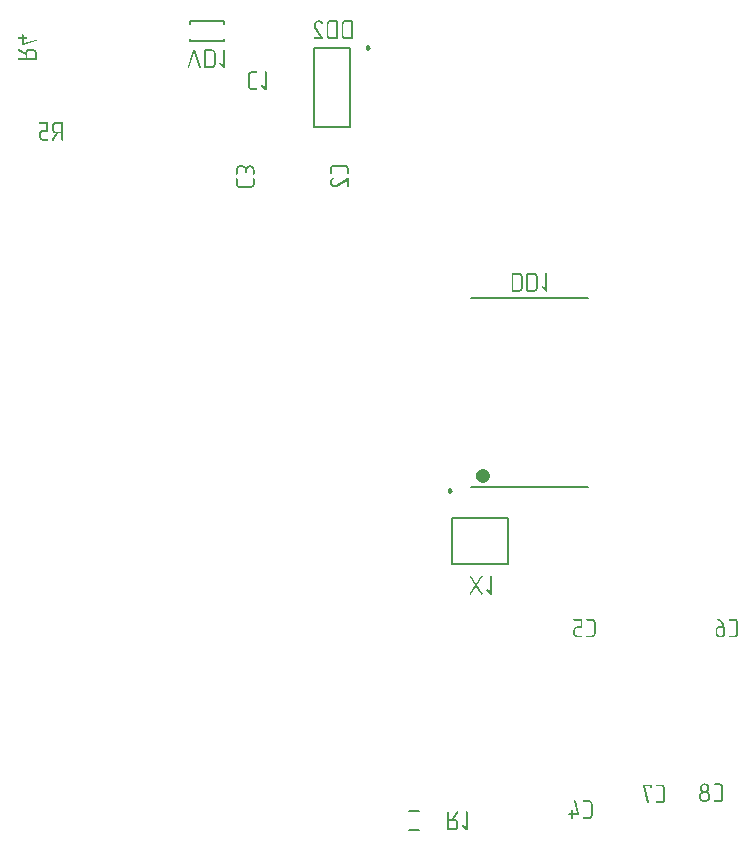
<source format=gbo>
G04 Layer_Color=32896*
%FSLAX44Y44*%
%MOMM*%
G71*
G01*
G75*
%ADD33C,0.2000*%
%ADD55C,0.6000*%
%ADD56C,0.2500*%
%ADD57C,0.1000*%
%ADD58C,0.1500*%
G36*
X630594Y1154407D02*
X630782Y1154336D01*
X630876Y1154266D01*
X630923Y1154242D01*
X631064Y1154054D01*
X631135Y1153866D01*
X631158Y1153725D01*
Y1153678D01*
Y1153655D01*
Y1139370D01*
X631135Y1139088D01*
X631064Y1138876D01*
X630970Y1138735D01*
X630947Y1138688D01*
X630759Y1138547D01*
X630618Y1138477D01*
X630524Y1138453D01*
X630500D01*
X630359Y1138477D01*
X630242Y1138500D01*
X630148Y1138524D01*
X630124Y1138547D01*
X630007Y1138618D01*
X629889Y1138712D01*
X629819Y1138782D01*
X629795Y1138806D01*
X626624Y1142001D01*
X626483Y1142189D01*
X626412Y1142377D01*
X626389Y1142495D01*
Y1142518D01*
Y1142542D01*
X626412Y1142659D01*
X626436Y1142753D01*
X626530Y1142941D01*
X626600Y1143058D01*
X626647Y1143082D01*
Y1143105D01*
X626835Y1143246D01*
X627023Y1143317D01*
X627141Y1143340D01*
X627188D01*
X627399Y1143293D01*
X627587Y1143223D01*
X627704Y1143152D01*
X627751Y1143105D01*
X629584Y1141273D01*
Y1153655D01*
X629631Y1153913D01*
X629701Y1154101D01*
X629772Y1154195D01*
X629819Y1154242D01*
X630007Y1154360D01*
X630171Y1154407D01*
X630312Y1154430D01*
X630359D01*
X630594Y1154407D01*
D02*
G37*
G36*
X469087Y1154754D02*
X469510Y1154660D01*
X469886Y1154496D01*
X470215Y1154332D01*
X470473Y1154167D01*
X470685Y1154003D01*
X470802Y1153909D01*
X470849Y1153862D01*
X471155Y1153509D01*
X471390Y1153133D01*
X471554Y1152757D01*
X471672Y1152405D01*
X471742Y1152100D01*
X471766Y1151841D01*
X471789Y1151747D01*
Y1151700D01*
Y1151653D01*
Y1151630D01*
Y1146061D01*
X471766Y1145803D01*
X471672Y1145615D01*
X471531Y1145474D01*
X471390Y1145380D01*
X471249Y1145333D01*
X471108Y1145310D01*
X471014Y1145286D01*
X456705D01*
X456447Y1145333D01*
X456259Y1145404D01*
X456165Y1145474D01*
X456118Y1145521D01*
X456001Y1145709D01*
X455953Y1145873D01*
X455930Y1146014D01*
Y1146038D01*
Y1146061D01*
X455953Y1146296D01*
X456024Y1146484D01*
X456095Y1146578D01*
X456118Y1146625D01*
X456306Y1146766D01*
X456494Y1146837D01*
X456635Y1146860D01*
X462274D01*
Y1149586D01*
X456282Y1153321D01*
X456142Y1153439D01*
X456048Y1153533D01*
X456001Y1153603D01*
X455977Y1153627D01*
X455953Y1153744D01*
X455930Y1153862D01*
Y1153932D01*
Y1153956D01*
X455953Y1154191D01*
X456048Y1154379D01*
X456118Y1154496D01*
X456142Y1154543D01*
X456235Y1154637D01*
X456329Y1154684D01*
X456517Y1154778D01*
X456658Y1154801D01*
X456705D01*
X456964Y1154731D01*
X457152Y1154660D01*
X462274Y1151465D01*
Y1151606D01*
X462321Y1152076D01*
X462415Y1152523D01*
X462556Y1152898D01*
X462743Y1153227D01*
X462908Y1153486D01*
X463049Y1153697D01*
X463143Y1153815D01*
X463190Y1153862D01*
X463566Y1154167D01*
X463942Y1154402D01*
X464318Y1154566D01*
X464670Y1154684D01*
X464976Y1154754D01*
X465234Y1154778D01*
X465328Y1154801D01*
X468617D01*
X469087Y1154754D01*
D02*
G37*
G36*
X605196Y1154360D02*
X605337Y1154313D01*
X605431Y1154266D01*
X605455Y1154242D01*
X605572Y1154078D01*
X605666Y1153913D01*
X605713Y1153796D01*
X605737Y1153772D01*
Y1153749D01*
X610483Y1139628D01*
X610530Y1139346D01*
X610483Y1139111D01*
X610412Y1138947D01*
X610342Y1138829D01*
X610295Y1138782D01*
X610107Y1138665D01*
X609919Y1138594D01*
X609778Y1138571D01*
X609731D01*
X609566Y1138594D01*
X609425Y1138641D01*
X609331Y1138712D01*
X609284Y1138735D01*
X609167Y1138876D01*
X609073Y1138994D01*
X609026Y1139088D01*
X609002Y1139135D01*
X604985Y1151000D01*
X600991Y1139111D01*
X600873Y1138900D01*
X600756Y1138735D01*
X600685Y1138665D01*
X600662Y1138641D01*
X600450Y1138571D01*
X600121D01*
X600004Y1138618D01*
X599839Y1138688D01*
X599722Y1138782D01*
X599675Y1138806D01*
Y1138829D01*
X599534Y1139017D01*
X599463Y1139182D01*
X599440Y1139299D01*
Y1139323D01*
Y1139346D01*
X599487Y1139628D01*
X604233Y1153749D01*
X604350Y1153984D01*
X604468Y1154148D01*
X604585Y1154266D01*
X604726Y1154336D01*
X604820Y1154383D01*
X604914Y1154430D01*
X604985D01*
X605196Y1154360D01*
D02*
G37*
G36*
X620515Y1154383D02*
X620938Y1154289D01*
X621314Y1154148D01*
X621643Y1153960D01*
X621901Y1153796D01*
X622113Y1153655D01*
X622230Y1153561D01*
X622277Y1153514D01*
X622583Y1153138D01*
X622817Y1152762D01*
X622982Y1152386D01*
X623099Y1152033D01*
X623170Y1151728D01*
X623193Y1151470D01*
X623217Y1151376D01*
Y1151305D01*
Y1151282D01*
Y1151258D01*
Y1141743D01*
X623170Y1141273D01*
X623076Y1140850D01*
X622911Y1140474D01*
X622747Y1140145D01*
X622583Y1139887D01*
X622418Y1139675D01*
X622324Y1139558D01*
X622277Y1139511D01*
X621925Y1139205D01*
X621549Y1138970D01*
X621173Y1138806D01*
X620820Y1138688D01*
X620515Y1138618D01*
X620257Y1138594D01*
X620163Y1138571D01*
X614477D01*
X614218Y1138594D01*
X614030Y1138688D01*
X613889Y1138829D01*
X613795Y1138970D01*
X613748Y1139111D01*
X613725Y1139252D01*
X613701Y1139346D01*
Y1139370D01*
Y1153655D01*
X613725Y1153913D01*
X613819Y1154101D01*
X613936Y1154242D01*
X614101Y1154336D01*
X614242Y1154383D01*
X614359Y1154407D01*
X614453Y1154430D01*
X620045D01*
X620515Y1154383D01*
D02*
G37*
G36*
X460065Y1167442D02*
X460230Y1167371D01*
X460347Y1167301D01*
X460394Y1167254D01*
X460488Y1167160D01*
X460535Y1167066D01*
X460629Y1166878D01*
X460653Y1166737D01*
Y1166713D01*
Y1166690D01*
Y1165116D01*
X463167D01*
X463284Y1165069D01*
X463472Y1164998D01*
X463589Y1164904D01*
X463613Y1164881D01*
Y1164857D01*
X463730Y1164669D01*
X463801Y1164505D01*
X463824Y1164364D01*
Y1164340D01*
Y1164317D01*
X463801Y1164106D01*
X463730Y1163941D01*
X463636Y1163824D01*
X463613Y1163777D01*
X463401Y1163636D01*
X463214Y1163565D01*
X463073Y1163542D01*
X460653D01*
Y1159806D01*
X470755Y1162696D01*
X470990Y1162719D01*
X471225Y1162672D01*
X471413Y1162602D01*
X471507Y1162531D01*
X471554Y1162484D01*
X471695Y1162296D01*
X471766Y1162108D01*
X471789Y1161967D01*
Y1161920D01*
Y1161897D01*
Y1161779D01*
X471766Y1161685D01*
X471742Y1161615D01*
X471719Y1161591D01*
X471625Y1161451D01*
X471484Y1161310D01*
X471343Y1161239D01*
X471249Y1161192D01*
X471202Y1161169D01*
X460089Y1157997D01*
X459901Y1157950D01*
X459713D01*
X459501Y1157997D01*
X459337Y1158091D01*
X459243Y1158208D01*
X459149Y1158373D01*
X459102Y1158514D01*
X459078Y1158655D01*
Y1158749D01*
Y1158772D01*
Y1163542D01*
X456705D01*
X456447Y1163589D01*
X456259Y1163659D01*
X456165Y1163730D01*
X456118Y1163777D01*
X456001Y1163964D01*
X455953Y1164129D01*
X455930Y1164270D01*
Y1164294D01*
Y1164317D01*
X455953Y1164552D01*
X456024Y1164740D01*
X456095Y1164834D01*
X456118Y1164881D01*
X456306Y1165022D01*
X456494Y1165092D01*
X456635Y1165116D01*
X459078D01*
Y1166690D01*
X459102Y1166831D01*
X459125Y1166948D01*
X459219Y1167136D01*
X459290Y1167254D01*
X459337Y1167277D01*
X459525Y1167395D01*
X459689Y1167465D01*
X459807Y1167489D01*
X459854D01*
X460065Y1167442D01*
D02*
G37*
G36*
X880574Y965153D02*
X880996Y965059D01*
X881372Y964918D01*
X881701Y964730D01*
X881960Y964566D01*
X882171Y964425D01*
X882289Y964331D01*
X882336Y964284D01*
X882641Y963908D01*
X882876Y963532D01*
X883040Y963156D01*
X883158Y962803D01*
X883229Y962498D01*
X883252Y962240D01*
X883276Y962146D01*
Y962075D01*
Y962052D01*
Y962028D01*
Y952513D01*
X883229Y952043D01*
X883135Y951620D01*
X882970Y951244D01*
X882806Y950915D01*
X882641Y950657D01*
X882477Y950445D01*
X882383Y950328D01*
X882336Y950281D01*
X881983Y949975D01*
X881607Y949740D01*
X881231Y949576D01*
X880879Y949458D01*
X880574Y949388D01*
X880315Y949364D01*
X880221Y949341D01*
X874535D01*
X874277Y949364D01*
X874089Y949458D01*
X873948Y949599D01*
X873854Y949740D01*
X873807Y949881D01*
X873783Y950022D01*
X873760Y950116D01*
Y950140D01*
Y964425D01*
X873783Y964683D01*
X873877Y964871D01*
X873995Y965012D01*
X874159Y965106D01*
X874300Y965153D01*
X874418Y965176D01*
X874512Y965200D01*
X880104D01*
X880574Y965153D01*
D02*
G37*
G36*
X893261D02*
X893684Y965059D01*
X894060Y964918D01*
X894389Y964730D01*
X894647Y964566D01*
X894858Y964425D01*
X894976Y964331D01*
X895023Y964284D01*
X895328Y963908D01*
X895563Y963532D01*
X895728Y963156D01*
X895845Y962803D01*
X895916Y962498D01*
X895939Y962240D01*
X895963Y962146D01*
Y962075D01*
Y962052D01*
Y962028D01*
Y952513D01*
X895916Y952043D01*
X895822Y951620D01*
X895657Y951244D01*
X895493Y950915D01*
X895328Y950657D01*
X895164Y950445D01*
X895070Y950328D01*
X895023Y950281D01*
X894671Y949975D01*
X894295Y949740D01*
X893919Y949576D01*
X893566Y949458D01*
X893261Y949388D01*
X893002Y949364D01*
X892908Y949341D01*
X887223D01*
X886964Y949364D01*
X886776Y949458D01*
X886635Y949599D01*
X886541Y949740D01*
X886494Y949881D01*
X886471Y950022D01*
X886447Y950116D01*
Y950140D01*
Y964425D01*
X886471Y964683D01*
X886565Y964871D01*
X886682Y965012D01*
X886847Y965106D01*
X886988Y965153D01*
X887105Y965176D01*
X887199Y965200D01*
X892791D01*
X893261Y965153D01*
D02*
G37*
G36*
X481080Y1092796D02*
X481268Y1092702D01*
X481409Y1092561D01*
X481503Y1092420D01*
X481550Y1092279D01*
X481573Y1092138D01*
X481597Y1092044D01*
Y1092020D01*
Y1085653D01*
X481573Y1085395D01*
X481479Y1085207D01*
X481362Y1085066D01*
X481197Y1084972D01*
X481056Y1084925D01*
X480939Y1084901D01*
X480845Y1084878D01*
X477649D01*
X477297Y1084854D01*
X476968Y1084760D01*
X476663Y1084666D01*
X476428Y1084525D01*
X476216Y1084408D01*
X476075Y1084290D01*
X475981Y1084196D01*
X475958Y1084173D01*
X475723Y1083891D01*
X475559Y1083609D01*
X475418Y1083327D01*
X475347Y1083069D01*
X475300Y1082834D01*
X475253Y1082646D01*
Y1082528D01*
Y1082481D01*
Y1080907D01*
X475276Y1080531D01*
X475370Y1080202D01*
X475465Y1079920D01*
X475606Y1079662D01*
X475723Y1079474D01*
X475840Y1079309D01*
X475934Y1079215D01*
X475958Y1079192D01*
X476240Y1078981D01*
X476522Y1078816D01*
X476804Y1078699D01*
X477062Y1078628D01*
X477297Y1078581D01*
X477485Y1078534D01*
X480962D01*
X481080Y1078487D01*
X481244Y1078417D01*
X481362Y1078323D01*
X481409Y1078299D01*
Y1078276D01*
X481526Y1078088D01*
X481573Y1077900D01*
X481597Y1077782D01*
Y1077759D01*
Y1077735D01*
X481573Y1077500D01*
X481503Y1077336D01*
X481432Y1077218D01*
X481409Y1077171D01*
X481221Y1077054D01*
X481033Y1076983D01*
X480868Y1076960D01*
X477649D01*
X477344Y1076983D01*
X477062Y1077007D01*
X476522Y1077148D01*
X476052Y1077336D01*
X475653Y1077547D01*
X475300Y1077759D01*
X475065Y1077923D01*
X474971Y1078017D01*
X474901Y1078064D01*
X474877Y1078088D01*
X474854Y1078111D01*
X474642Y1078346D01*
X474454Y1078581D01*
X474313Y1078816D01*
X474172Y1079051D01*
X473961Y1079521D01*
X473820Y1079944D01*
X473749Y1080343D01*
X473702Y1080508D01*
Y1080625D01*
X473679Y1080743D01*
Y1080837D01*
Y1080884D01*
Y1080907D01*
Y1082481D01*
X473702Y1082787D01*
X473726Y1083069D01*
X473867Y1083609D01*
X474055Y1084079D01*
X474266Y1084502D01*
X474478Y1084831D01*
X474666Y1085066D01*
X474736Y1085160D01*
X474807Y1085230D01*
X474830Y1085254D01*
X474854Y1085277D01*
X475089Y1085489D01*
X475300Y1085677D01*
X475559Y1085818D01*
X475793Y1085959D01*
X476263Y1086170D01*
X476686Y1086311D01*
X477062Y1086382D01*
X477227Y1086429D01*
X477368D01*
X477485Y1086452D01*
X480023D01*
Y1091245D01*
X474478D01*
X474337Y1091268D01*
X474219Y1091292D01*
X474031Y1091386D01*
X473914Y1091456D01*
X473890Y1091503D01*
X473773Y1091691D01*
X473702Y1091856D01*
X473679Y1091973D01*
Y1092020D01*
X473726Y1092232D01*
X473796Y1092396D01*
X473867Y1092514D01*
X473914Y1092561D01*
X474008Y1092655D01*
X474102Y1092702D01*
X474290Y1092796D01*
X474431Y1092819D01*
X480821D01*
X481080Y1092796D01*
D02*
G37*
G36*
X493767D02*
X493955Y1092702D01*
X494096Y1092561D01*
X494190Y1092420D01*
X494237Y1092279D01*
X494260Y1092138D01*
X494284Y1092044D01*
Y1092020D01*
Y1077735D01*
X494237Y1077477D01*
X494166Y1077289D01*
X494096Y1077195D01*
X494049Y1077148D01*
X493861Y1077030D01*
X493697Y1076983D01*
X493556Y1076960D01*
X493509D01*
X493274Y1076983D01*
X493086Y1077054D01*
X492992Y1077124D01*
X492945Y1077148D01*
X492804Y1077336D01*
X492733Y1077524D01*
X492710Y1077665D01*
Y1077712D01*
Y1077735D01*
Y1083304D01*
X489984D01*
X486249Y1077312D01*
X486131Y1077171D01*
X486037Y1077077D01*
X485967Y1077030D01*
X485943Y1077007D01*
X485826Y1076983D01*
X485708Y1076960D01*
X485614D01*
X485379Y1076983D01*
X485191Y1077077D01*
X485074Y1077148D01*
X485027Y1077171D01*
X484933Y1077265D01*
X484886Y1077359D01*
X484792Y1077547D01*
X484768Y1077688D01*
Y1077712D01*
Y1077735D01*
X484839Y1077994D01*
X484910Y1078182D01*
X488105Y1083304D01*
X487964D01*
X487494Y1083351D01*
X487048Y1083445D01*
X486672Y1083586D01*
X486343Y1083773D01*
X486084Y1083938D01*
X485873Y1084079D01*
X485755Y1084173D01*
X485708Y1084220D01*
X485403Y1084596D01*
X485168Y1084972D01*
X485004Y1085348D01*
X484886Y1085700D01*
X484815Y1086006D01*
X484792Y1086264D01*
X484768Y1086358D01*
Y1086429D01*
Y1086452D01*
Y1086476D01*
Y1089647D01*
X484815Y1090117D01*
X484910Y1090540D01*
X485074Y1090916D01*
X485238Y1091245D01*
X485403Y1091503D01*
X485567Y1091715D01*
X485661Y1091832D01*
X485708Y1091879D01*
X486061Y1092185D01*
X486437Y1092420D01*
X486813Y1092584D01*
X487165Y1092702D01*
X487470Y1092772D01*
X487729Y1092796D01*
X487823Y1092819D01*
X493509D01*
X493767Y1092796D01*
D02*
G37*
G36*
X655606Y1045207D02*
X655770Y1045136D01*
X655888Y1045066D01*
X655935Y1045019D01*
X656029Y1044925D01*
X656076Y1044854D01*
X656170Y1044666D01*
X656193Y1044526D01*
Y1044502D01*
Y1044479D01*
Y1040508D01*
X656146Y1040038D01*
X656052Y1039592D01*
X655888Y1039216D01*
X655723Y1038887D01*
X655559Y1038605D01*
X655394Y1038417D01*
X655300Y1038299D01*
X655253Y1038252D01*
X654901Y1037947D01*
X654525Y1037712D01*
X654149Y1037571D01*
X653797Y1037454D01*
X653491Y1037383D01*
X653233Y1037359D01*
X653139Y1037336D01*
X643506D01*
X643036Y1037383D01*
X642589Y1037477D01*
X642214Y1037641D01*
X641885Y1037806D01*
X641603Y1037970D01*
X641415Y1038135D01*
X641297Y1038229D01*
X641250Y1038276D01*
X640945Y1038652D01*
X640710Y1039028D01*
X640569Y1039404D01*
X640452Y1039756D01*
X640381Y1040061D01*
X640358Y1040296D01*
X640334Y1040390D01*
Y1040461D01*
Y1040484D01*
Y1040508D01*
Y1044479D01*
X640358Y1044620D01*
X640381Y1044737D01*
X640475Y1044901D01*
X640546Y1045019D01*
X640592Y1045042D01*
X640780Y1045160D01*
X640945Y1045230D01*
X641062Y1045254D01*
X641109D01*
X641321Y1045207D01*
X641485Y1045136D01*
X641603Y1045066D01*
X641650Y1045019D01*
X641744Y1044925D01*
X641791Y1044831D01*
X641885Y1044666D01*
X641908Y1044526D01*
Y1044479D01*
Y1044455D01*
Y1040484D01*
X641932Y1040273D01*
X641955Y1040085D01*
X641979Y1039920D01*
X642002Y1039897D01*
Y1039874D01*
X642120Y1039686D01*
X642237Y1039521D01*
X642331Y1039404D01*
X642355Y1039357D01*
X642542Y1039216D01*
X642730Y1039098D01*
X642918Y1039028D01*
X643106Y1038957D01*
X643247Y1038934D01*
X643365Y1038910D01*
X653021D01*
X653256Y1038934D01*
X653444Y1038957D01*
X653585Y1038981D01*
X653609Y1039004D01*
X653632D01*
X653844Y1039098D01*
X654008Y1039216D01*
X654102Y1039310D01*
X654149Y1039357D01*
X654314Y1039545D01*
X654431Y1039733D01*
X654501Y1039920D01*
X654572Y1040108D01*
X654595Y1040249D01*
X654619Y1040367D01*
Y1040461D01*
Y1040484D01*
Y1044455D01*
X654642Y1044596D01*
X654666Y1044713D01*
X654760Y1044901D01*
X654830Y1045019D01*
X654877Y1045042D01*
X655065Y1045160D01*
X655230Y1045230D01*
X655347Y1045254D01*
X655394D01*
X655606Y1045207D01*
D02*
G37*
G36*
X652810Y1056226D02*
X653327Y1056108D01*
X653797Y1055944D01*
X654196Y1055780D01*
X654501Y1055592D01*
X654736Y1055427D01*
X654830Y1055357D01*
X654901Y1055310D01*
X654924Y1055286D01*
X654948Y1055263D01*
X655159Y1055051D01*
X655347Y1054816D01*
X655512Y1054581D01*
X655653Y1054346D01*
X655864Y1053853D01*
X656029Y1053360D01*
X656099Y1052960D01*
X656123Y1052772D01*
X656146Y1052608D01*
X656170Y1052490D01*
Y1052396D01*
Y1052326D01*
Y1052302D01*
Y1049130D01*
Y1048989D01*
X656123Y1048872D01*
X656052Y1048708D01*
X655958Y1048590D01*
X655935Y1048543D01*
X655911D01*
X655723Y1048426D01*
X655535Y1048379D01*
X655418Y1048355D01*
X655371D01*
X655136Y1048379D01*
X654971Y1048449D01*
X654854Y1048520D01*
X654807Y1048543D01*
X654689Y1048731D01*
X654619Y1048919D01*
X654595Y1049083D01*
Y1049107D01*
Y1049130D01*
Y1052302D01*
X654572Y1052702D01*
X654478Y1053054D01*
X654361Y1053360D01*
X654243Y1053618D01*
X654102Y1053806D01*
X653985Y1053947D01*
X653891Y1054041D01*
X653867Y1054064D01*
X653609Y1054252D01*
X653327Y1054393D01*
X653068Y1054487D01*
X652810Y1054558D01*
X652575Y1054605D01*
X652410Y1054628D01*
X652246D01*
X651893Y1054605D01*
X651565Y1054534D01*
X651283Y1054440D01*
X651048Y1054346D01*
X650836Y1054229D01*
X650695Y1054135D01*
X650601Y1054064D01*
X650578Y1054041D01*
X650319Y1053783D01*
X650155Y1053477D01*
X650014Y1053195D01*
X649920Y1052913D01*
X649873Y1052678D01*
X649849Y1052490D01*
X649826Y1052349D01*
Y1052326D01*
Y1052302D01*
Y1050728D01*
Y1050587D01*
X649779Y1050470D01*
X649685Y1050282D01*
X649591Y1050164D01*
X649567Y1050117D01*
X649544D01*
X649356Y1050000D01*
X649192Y1049953D01*
X649074Y1049929D01*
X649027D01*
X648816Y1049953D01*
X648628Y1050047D01*
X648510Y1050117D01*
X648487Y1050141D01*
X648463D01*
X648346Y1050329D01*
X648275Y1050517D01*
X648252Y1050658D01*
Y1050705D01*
Y1050728D01*
Y1052302D01*
X648228Y1052655D01*
X648134Y1052984D01*
X648040Y1053289D01*
X647899Y1053524D01*
X647782Y1053736D01*
X647664Y1053876D01*
X647570Y1053970D01*
X647547Y1053994D01*
X647265Y1054229D01*
X646983Y1054393D01*
X646701Y1054534D01*
X646443Y1054605D01*
X646208Y1054652D01*
X646020Y1054699D01*
X644281D01*
X643929Y1054675D01*
X643600Y1054581D01*
X643318Y1054487D01*
X643059Y1054346D01*
X642871Y1054229D01*
X642707Y1054111D01*
X642613Y1054017D01*
X642589Y1053994D01*
X642355Y1053712D01*
X642190Y1053430D01*
X642073Y1053148D01*
X642002Y1052890D01*
X641955Y1052655D01*
X641908Y1052467D01*
Y1052349D01*
Y1052302D01*
Y1049130D01*
Y1048989D01*
X641861Y1048872D01*
X641767Y1048684D01*
X641673Y1048590D01*
X641650Y1048543D01*
X641626D01*
X641438Y1048426D01*
X641274Y1048379D01*
X641156Y1048355D01*
X641109D01*
X640898Y1048379D01*
X640710Y1048449D01*
X640592Y1048520D01*
X640569Y1048543D01*
X640546D01*
X640428Y1048731D01*
X640358Y1048919D01*
X640334Y1049083D01*
Y1049107D01*
Y1049130D01*
Y1052302D01*
X640358Y1052608D01*
X640381Y1052890D01*
X640522Y1053430D01*
X640710Y1053900D01*
X640921Y1054299D01*
X641133Y1054652D01*
X641297Y1054887D01*
X641391Y1054981D01*
X641438Y1055051D01*
X641462Y1055075D01*
X641485Y1055098D01*
X641720Y1055310D01*
X641955Y1055498D01*
X642190Y1055639D01*
X642425Y1055780D01*
X642895Y1055991D01*
X643318Y1056132D01*
X643717Y1056202D01*
X643882Y1056249D01*
X643999D01*
X644117Y1056273D01*
X645855D01*
X646208Y1056249D01*
X646537Y1056179D01*
X646842Y1056108D01*
X647101Y1056038D01*
X647336Y1055944D01*
X647500Y1055874D01*
X647594Y1055827D01*
X647641Y1055803D01*
X647946Y1055639D01*
X648205Y1055451D01*
X648440Y1055286D01*
X648628Y1055098D01*
X648792Y1054957D01*
X648910Y1054840D01*
X648980Y1054746D01*
X649004Y1054722D01*
X649239Y1055004D01*
X649497Y1055239D01*
X649732Y1055427D01*
X649967Y1055592D01*
X650155Y1055709D01*
X650296Y1055803D01*
X650413Y1055850D01*
X650437Y1055874D01*
X650742Y1055991D01*
X651071Y1056085D01*
X651353Y1056155D01*
X651635Y1056226D01*
X651870Y1056249D01*
X652058Y1056273D01*
X652528D01*
X652810Y1056226D01*
D02*
G37*
G36*
X735415Y1045597D02*
X735580Y1045503D01*
X735674Y1045362D01*
X735768Y1045198D01*
X735815Y1045057D01*
X735838Y1044916D01*
Y1044822D01*
Y1044775D01*
Y1038431D01*
X735815Y1038290D01*
X735791Y1038173D01*
X735697Y1038008D01*
X735627Y1037891D01*
X735580Y1037868D01*
X735392Y1037750D01*
X735227Y1037680D01*
X735110Y1037656D01*
X735063D01*
X734851Y1037703D01*
X734687Y1037774D01*
X734569Y1037844D01*
X734522Y1037891D01*
X734428Y1037985D01*
X734381Y1038055D01*
X734287Y1038243D01*
X734264Y1038384D01*
Y1038408D01*
Y1038431D01*
Y1043365D01*
X726111Y1038243D01*
X725735Y1038079D01*
X725383Y1037938D01*
X725054Y1037844D01*
X724772Y1037797D01*
X724513Y1037750D01*
X724325Y1037727D01*
X724161D01*
X723856Y1037750D01*
X723550Y1037774D01*
X722986Y1037938D01*
X722469Y1038126D01*
X722046Y1038361D01*
X721694Y1038619D01*
X721553Y1038713D01*
X721436Y1038807D01*
X721342Y1038901D01*
X721271Y1038972D01*
X721248Y1038995D01*
X721224Y1039019D01*
X721013Y1039277D01*
X720801Y1039536D01*
X720637Y1039794D01*
X720496Y1040052D01*
X720284Y1040593D01*
X720143Y1041086D01*
X720049Y1041509D01*
X720026Y1041697D01*
X720002Y1041862D01*
X719979Y1041979D01*
Y1042073D01*
Y1042144D01*
Y1042167D01*
X720002Y1042473D01*
X720049Y1042778D01*
X720096Y1042895D01*
X720120Y1042989D01*
X720143Y1043036D01*
Y1043060D01*
X720261Y1043389D01*
X720402Y1043694D01*
X720449Y1043812D01*
X720496Y1043906D01*
X720519Y1043953D01*
X720543Y1043976D01*
X720754Y1044305D01*
X720989Y1044611D01*
X721224Y1044846D01*
X721436Y1045057D01*
X721624Y1045245D01*
X721788Y1045362D01*
X721882Y1045433D01*
X721929Y1045456D01*
X722117Y1045527D01*
X722258Y1045574D01*
X722352Y1045597D01*
X722375D01*
X722493Y1045574D01*
X722610Y1045550D01*
X722775Y1045456D01*
X722892Y1045386D01*
X722939Y1045339D01*
X723057Y1045151D01*
X723127Y1044963D01*
X723151Y1044822D01*
Y1044799D01*
Y1044775D01*
X723080Y1044423D01*
X722986Y1044282D01*
X722892Y1044188D01*
X722822Y1044141D01*
X722798Y1044117D01*
X722422Y1043835D01*
X722258Y1043671D01*
X722117Y1043530D01*
X722023Y1043389D01*
X721953Y1043295D01*
X721906Y1043224D01*
X721882Y1043201D01*
X721765Y1042989D01*
X721694Y1042778D01*
X721624Y1042590D01*
X721600Y1042402D01*
X721577Y1042261D01*
X721553Y1042144D01*
Y1042073D01*
Y1042050D01*
X721577Y1041627D01*
X721624Y1041439D01*
X721647Y1041298D01*
X721694Y1041157D01*
X721741Y1041063D01*
X721765Y1040992D01*
Y1040969D01*
X721953Y1040616D01*
X722117Y1040358D01*
X722211Y1040240D01*
X722258Y1040170D01*
X722305Y1040123D01*
X722328Y1040099D01*
X722610Y1039841D01*
X722916Y1039630D01*
X723221Y1039489D01*
X723480Y1039395D01*
X723738Y1039348D01*
X723926Y1039301D01*
X724090D01*
X724302Y1039324D01*
X724513Y1039348D01*
X724725Y1039395D01*
X724889Y1039442D01*
X725054Y1039512D01*
X725171Y1039559D01*
X725265Y1039583D01*
X725289Y1039606D01*
X734616Y1045456D01*
X734851Y1045574D01*
X735039Y1045621D01*
X735157Y1045644D01*
X735204D01*
X735415Y1045597D01*
D02*
G37*
G36*
X733136Y1056593D02*
X733583Y1056499D01*
X733958Y1056335D01*
X734287Y1056170D01*
X734569Y1056006D01*
X734757Y1055841D01*
X734875Y1055747D01*
X734922Y1055700D01*
X735227Y1055324D01*
X735462Y1054948D01*
X735603Y1054572D01*
X735721Y1054220D01*
X735791Y1053915D01*
X735815Y1053680D01*
X735838Y1053586D01*
Y1053515D01*
Y1053492D01*
Y1053468D01*
Y1049498D01*
X735815Y1049357D01*
X735791Y1049239D01*
X735697Y1049075D01*
X735627Y1048957D01*
X735580Y1048934D01*
X735392Y1048816D01*
X735227Y1048746D01*
X735110Y1048722D01*
X735063D01*
X734851Y1048769D01*
X734687Y1048840D01*
X734569Y1048910D01*
X734522Y1048957D01*
X734428Y1049051D01*
X734381Y1049145D01*
X734287Y1049310D01*
X734264Y1049451D01*
Y1049498D01*
Y1049521D01*
Y1053492D01*
X734240Y1053703D01*
X734217Y1053891D01*
X734193Y1054055D01*
X734170Y1054079D01*
Y1054102D01*
X734052Y1054290D01*
X733935Y1054455D01*
X733841Y1054572D01*
X733817Y1054619D01*
X733630Y1054760D01*
X733441Y1054878D01*
X733254Y1054948D01*
X733066Y1055019D01*
X732925Y1055042D01*
X732807Y1055066D01*
X723151D01*
X722916Y1055042D01*
X722728Y1055019D01*
X722587Y1054995D01*
X722563Y1054972D01*
X722540D01*
X722328Y1054878D01*
X722164Y1054760D01*
X722070Y1054666D01*
X722023Y1054619D01*
X721859Y1054432D01*
X721741Y1054243D01*
X721671Y1054055D01*
X721600Y1053868D01*
X721577Y1053727D01*
X721553Y1053609D01*
Y1053515D01*
Y1053492D01*
Y1049521D01*
X721529Y1049380D01*
X721506Y1049263D01*
X721412Y1049075D01*
X721342Y1048957D01*
X721295Y1048934D01*
X721107Y1048816D01*
X720942Y1048746D01*
X720825Y1048722D01*
X720778D01*
X720566Y1048769D01*
X720402Y1048840D01*
X720284Y1048910D01*
X720237Y1048957D01*
X720143Y1049051D01*
X720096Y1049122D01*
X720002Y1049310D01*
X719979Y1049451D01*
Y1049474D01*
Y1049498D01*
Y1053468D01*
X720026Y1053938D01*
X720120Y1054385D01*
X720284Y1054760D01*
X720449Y1055089D01*
X720613Y1055371D01*
X720778Y1055559D01*
X720872Y1055677D01*
X720919Y1055724D01*
X721271Y1056029D01*
X721647Y1056264D01*
X722023Y1056405D01*
X722375Y1056523D01*
X722681Y1056593D01*
X722939Y1056617D01*
X723033Y1056640D01*
X732666D01*
X733136Y1056593D01*
D02*
G37*
G36*
X726214Y1179042D02*
X726402Y1178948D01*
X726543Y1178807D01*
X726637Y1178666D01*
X726684Y1178525D01*
X726707Y1178384D01*
X726731Y1178290D01*
Y1178266D01*
Y1163981D01*
X726707Y1163723D01*
X726613Y1163535D01*
X726496Y1163394D01*
X726331Y1163300D01*
X726190Y1163253D01*
X726073Y1163230D01*
X725979Y1163206D01*
X720387D01*
X719917Y1163253D01*
X719494Y1163347D01*
X719118Y1163488D01*
X718789Y1163676D01*
X718531Y1163840D01*
X718319Y1163981D01*
X718202Y1164075D01*
X718155Y1164122D01*
X717850Y1164498D01*
X717615Y1164874D01*
X717450Y1165250D01*
X717333Y1165602D01*
X717262Y1165908D01*
X717239Y1166166D01*
X717215Y1166260D01*
Y1166331D01*
Y1166354D01*
Y1166378D01*
Y1175893D01*
X717262Y1176363D01*
X717356Y1176786D01*
X717521Y1177162D01*
X717685Y1177491D01*
X717850Y1177749D01*
X718014Y1177961D01*
X718108Y1178078D01*
X718155Y1178125D01*
X718508Y1178431D01*
X718883Y1178666D01*
X719259Y1178830D01*
X719612Y1178948D01*
X719917Y1179018D01*
X720176Y1179042D01*
X720270Y1179065D01*
X725955D01*
X726214Y1179042D01*
D02*
G37*
G36*
X657777Y1135864D02*
X657895Y1135841D01*
X658059Y1135747D01*
X658177Y1135676D01*
X658200Y1135630D01*
X658318Y1135442D01*
X658388Y1135277D01*
X658412Y1135160D01*
Y1135113D01*
X658365Y1134901D01*
X658294Y1134737D01*
X658224Y1134619D01*
X658177Y1134572D01*
X658083Y1134478D01*
X657989Y1134431D01*
X657824Y1134337D01*
X657683Y1134314D01*
X653642D01*
X653431Y1134290D01*
X653243Y1134267D01*
X653079Y1134243D01*
X653055Y1134220D01*
X653031D01*
X652843Y1134102D01*
X652679Y1133985D01*
X652562Y1133891D01*
X652515Y1133867D01*
X652374Y1133680D01*
X652256Y1133492D01*
X652186Y1133304D01*
X652115Y1133116D01*
X652092Y1132975D01*
X652068Y1132857D01*
Y1132763D01*
Y1132740D01*
Y1123201D01*
X652092Y1122966D01*
X652115Y1122778D01*
X652139Y1122637D01*
X652162Y1122613D01*
Y1122590D01*
X652256Y1122378D01*
X652374Y1122214D01*
X652468Y1122120D01*
X652515Y1122073D01*
X652702Y1121908D01*
X652890Y1121791D01*
X653079Y1121721D01*
X653266Y1121650D01*
X653407Y1121627D01*
X653525Y1121603D01*
X657613D01*
X657754Y1121580D01*
X657871Y1121556D01*
X658059Y1121462D01*
X658177Y1121392D01*
X658200Y1121345D01*
X658318Y1121157D01*
X658388Y1120992D01*
X658412Y1120875D01*
Y1120828D01*
X658365Y1120616D01*
X658294Y1120452D01*
X658224Y1120334D01*
X658177Y1120287D01*
X658083Y1120193D01*
X658012Y1120146D01*
X657824Y1120052D01*
X657683Y1120029D01*
X653666D01*
X653196Y1120076D01*
X652749Y1120170D01*
X652374Y1120334D01*
X652045Y1120499D01*
X651763Y1120663D01*
X651575Y1120828D01*
X651457Y1120922D01*
X651410Y1120969D01*
X651105Y1121321D01*
X650870Y1121697D01*
X650729Y1122073D01*
X650611Y1122425D01*
X650541Y1122731D01*
X650518Y1122989D01*
X650494Y1123083D01*
Y1123130D01*
Y1123177D01*
Y1123201D01*
Y1132716D01*
X650541Y1133186D01*
X650635Y1133633D01*
X650799Y1134008D01*
X650964Y1134337D01*
X651128Y1134619D01*
X651293Y1134807D01*
X651387Y1134925D01*
X651434Y1134972D01*
X651810Y1135277D01*
X652186Y1135512D01*
X652562Y1135653D01*
X652914Y1135770D01*
X653219Y1135841D01*
X653454Y1135864D01*
X653548Y1135888D01*
X657636D01*
X657777Y1135864D01*
D02*
G37*
G36*
X665789D02*
X665977Y1135794D01*
X666071Y1135723D01*
X666118Y1135700D01*
X666259Y1135512D01*
X666330Y1135324D01*
X666353Y1135183D01*
Y1135136D01*
Y1135113D01*
Y1120828D01*
X666330Y1120546D01*
X666259Y1120334D01*
X666165Y1120193D01*
X666142Y1120146D01*
X665954Y1120005D01*
X665813Y1119935D01*
X665719Y1119911D01*
X665695D01*
X665554Y1119935D01*
X665437Y1119958D01*
X665343Y1119982D01*
X665319Y1120005D01*
X665202Y1120076D01*
X665084Y1120170D01*
X665014Y1120240D01*
X664990Y1120264D01*
X661819Y1123459D01*
X661678Y1123647D01*
X661607Y1123835D01*
X661584Y1123952D01*
Y1123976D01*
Y1123999D01*
X661607Y1124117D01*
X661631Y1124211D01*
X661725Y1124399D01*
X661795Y1124516D01*
X661842Y1124540D01*
Y1124563D01*
X662030Y1124704D01*
X662218Y1124775D01*
X662336Y1124798D01*
X662383D01*
X662594Y1124751D01*
X662782Y1124681D01*
X662899Y1124610D01*
X662946Y1124563D01*
X664779Y1122731D01*
Y1135113D01*
X664826Y1135371D01*
X664896Y1135559D01*
X664967Y1135653D01*
X665014Y1135700D01*
X665202Y1135817D01*
X665366Y1135864D01*
X665507Y1135888D01*
X665554D01*
X665789Y1135864D01*
D02*
G37*
G36*
X738901Y1179042D02*
X739089Y1178948D01*
X739230Y1178807D01*
X739324Y1178666D01*
X739371Y1178525D01*
X739395Y1178384D01*
X739418Y1178290D01*
Y1178266D01*
Y1163981D01*
X739395Y1163723D01*
X739301Y1163535D01*
X739183Y1163394D01*
X739019Y1163300D01*
X738878Y1163253D01*
X738760Y1163230D01*
X738666Y1163206D01*
X733074D01*
X732605Y1163253D01*
X732181Y1163347D01*
X731806Y1163488D01*
X731477Y1163676D01*
X731218Y1163840D01*
X731007Y1163981D01*
X730889Y1164075D01*
X730842Y1164122D01*
X730537Y1164498D01*
X730302Y1164874D01*
X730137Y1165250D01*
X730020Y1165602D01*
X729949Y1165908D01*
X729926Y1166166D01*
X729902Y1166260D01*
Y1166331D01*
Y1166354D01*
Y1166378D01*
Y1175893D01*
X729949Y1176363D01*
X730043Y1176786D01*
X730208Y1177162D01*
X730372Y1177491D01*
X730537Y1177749D01*
X730701Y1177961D01*
X730795Y1178078D01*
X730842Y1178125D01*
X731195Y1178431D01*
X731571Y1178666D01*
X731947Y1178830D01*
X732299Y1178948D01*
X732605Y1179018D01*
X732863Y1179042D01*
X732957Y1179065D01*
X738643D01*
X738901Y1179042D01*
D02*
G37*
G36*
X710966D02*
X711271Y1178995D01*
X711388Y1178948D01*
X711482Y1178924D01*
X711529Y1178901D01*
X711553D01*
X711882Y1178783D01*
X712187Y1178642D01*
X712305Y1178595D01*
X712399Y1178548D01*
X712446Y1178525D01*
X712469Y1178501D01*
X712798Y1178290D01*
X713104Y1178055D01*
X713339Y1177820D01*
X713550Y1177608D01*
X713738Y1177421D01*
X713855Y1177256D01*
X713926Y1177162D01*
X713949Y1177115D01*
X714020Y1176927D01*
X714067Y1176786D01*
X714090Y1176692D01*
Y1176669D01*
X714067Y1176551D01*
X714043Y1176434D01*
X713949Y1176269D01*
X713879Y1176152D01*
X713832Y1176105D01*
X713644Y1175987D01*
X713456Y1175917D01*
X713315Y1175893D01*
X713268D01*
X712916Y1175964D01*
X712775Y1176058D01*
X712681Y1176152D01*
X712634Y1176222D01*
X712610Y1176246D01*
X712328Y1176622D01*
X712164Y1176786D01*
X712023Y1176927D01*
X711882Y1177021D01*
X711788Y1177092D01*
X711717Y1177139D01*
X711694Y1177162D01*
X711482Y1177280D01*
X711271Y1177350D01*
X711083Y1177421D01*
X710895Y1177444D01*
X710754Y1177467D01*
X710637Y1177491D01*
X710543D01*
X710120Y1177467D01*
X709932Y1177421D01*
X709791Y1177397D01*
X709650Y1177350D01*
X709556Y1177303D01*
X709485Y1177280D01*
X709462D01*
X709109Y1177092D01*
X708851Y1176927D01*
X708734Y1176833D01*
X708663Y1176786D01*
X708616Y1176739D01*
X708593Y1176716D01*
X708334Y1176434D01*
X708123Y1176128D01*
X707982Y1175823D01*
X707888Y1175564D01*
X707841Y1175306D01*
X707794Y1175118D01*
Y1175001D01*
Y1174977D01*
Y1174954D01*
X707817Y1174742D01*
X707841Y1174531D01*
X707888Y1174319D01*
X707935Y1174155D01*
X708005Y1173990D01*
X708052Y1173873D01*
X708076Y1173779D01*
X708099Y1173755D01*
X713949Y1164428D01*
X714067Y1164193D01*
X714114Y1164005D01*
X714137Y1163887D01*
Y1163840D01*
X714090Y1163629D01*
X713996Y1163464D01*
X713855Y1163371D01*
X713691Y1163277D01*
X713550Y1163230D01*
X713409Y1163206D01*
X706924D01*
X706783Y1163230D01*
X706666Y1163253D01*
X706501Y1163347D01*
X706384Y1163418D01*
X706360Y1163464D01*
X706243Y1163652D01*
X706173Y1163817D01*
X706149Y1163934D01*
Y1163981D01*
X706196Y1164193D01*
X706267Y1164357D01*
X706337Y1164475D01*
X706384Y1164522D01*
X706478Y1164616D01*
X706548Y1164663D01*
X706737Y1164757D01*
X706877Y1164780D01*
X711858D01*
X706737Y1172933D01*
X706572Y1173309D01*
X706431Y1173661D01*
X706337Y1173990D01*
X706290Y1174272D01*
X706243Y1174531D01*
X706220Y1174719D01*
Y1174836D01*
Y1174883D01*
X706243Y1175189D01*
X706267Y1175494D01*
X706431Y1176058D01*
X706619Y1176575D01*
X706854Y1176998D01*
X707112Y1177350D01*
X707206Y1177491D01*
X707300Y1177608D01*
X707394Y1177702D01*
X707465Y1177773D01*
X707488Y1177796D01*
X707512Y1177820D01*
X707770Y1178031D01*
X708029Y1178243D01*
X708287Y1178407D01*
X708546Y1178548D01*
X709086Y1178760D01*
X709579Y1178901D01*
X710002Y1178995D01*
X710190Y1179018D01*
X710355Y1179042D01*
X710472Y1179065D01*
X710660D01*
X710966Y1179042D01*
D02*
G37*
G36*
X903340Y965176D02*
X903528Y965106D01*
X903622Y965035D01*
X903669Y965012D01*
X903810Y964824D01*
X903881Y964636D01*
X903904Y964495D01*
Y964448D01*
Y964425D01*
Y950140D01*
X903881Y949858D01*
X903810Y949646D01*
X903716Y949505D01*
X903693Y949458D01*
X903505Y949317D01*
X903364Y949247D01*
X903270Y949223D01*
X903246D01*
X903105Y949247D01*
X902988Y949270D01*
X902894Y949294D01*
X902870Y949317D01*
X902753Y949388D01*
X902635Y949482D01*
X902565Y949552D01*
X902541Y949576D01*
X899370Y952771D01*
X899229Y952959D01*
X899158Y953147D01*
X899135Y953264D01*
Y953288D01*
Y953311D01*
X899158Y953429D01*
X899182Y953523D01*
X899276Y953711D01*
X899346Y953828D01*
X899393Y953852D01*
Y953875D01*
X899581Y954016D01*
X899769Y954087D01*
X899886Y954110D01*
X899933D01*
X900145Y954063D01*
X900333Y953993D01*
X900450Y953922D01*
X900497Y953875D01*
X902330Y952043D01*
Y964425D01*
X902377Y964683D01*
X902447Y964871D01*
X902518Y964965D01*
X902565Y965012D01*
X902753Y965129D01*
X902917Y965176D01*
X903058Y965200D01*
X903105D01*
X903340Y965176D01*
D02*
G37*
G36*
X1037601Y532980D02*
X1037906Y532956D01*
X1038517Y532815D01*
X1039010Y532604D01*
X1039433Y532392D01*
X1039786Y532157D01*
X1039927Y532040D01*
X1040021Y531946D01*
X1040115Y531875D01*
X1040185Y531805D01*
X1040209Y531781D01*
X1040232Y531758D01*
X1040561Y531311D01*
X1040796Y530842D01*
X1040961Y530372D01*
X1041078Y529949D01*
X1041149Y529573D01*
X1041172Y529408D01*
Y529267D01*
X1041196Y529173D01*
Y529080D01*
Y529033D01*
Y529009D01*
X1041172Y528680D01*
X1041149Y528375D01*
X1041102Y528093D01*
X1041031Y527834D01*
X1040961Y527623D01*
X1040914Y527458D01*
X1040890Y527364D01*
X1040867Y527317D01*
X1040726Y527012D01*
X1040561Y526754D01*
X1040397Y526519D01*
X1040232Y526330D01*
X1040091Y526166D01*
X1039974Y526049D01*
X1039903Y525978D01*
X1039880Y525955D01*
X1040256Y525696D01*
X1040585Y525414D01*
X1040867Y525109D01*
X1041078Y524850D01*
X1041266Y524592D01*
X1041384Y524404D01*
X1041454Y524263D01*
X1041478Y524240D01*
Y524216D01*
X1041642Y523817D01*
X1041783Y523394D01*
X1041877Y522994D01*
X1041924Y522642D01*
X1041971Y522336D01*
X1041994Y522101D01*
Y522007D01*
Y521937D01*
Y521913D01*
Y521890D01*
X1041971Y521538D01*
X1041947Y521185D01*
X1041806Y520551D01*
X1041618Y519987D01*
X1041407Y519517D01*
X1041290Y519305D01*
X1041196Y519118D01*
X1041102Y518977D01*
X1041008Y518836D01*
X1040937Y518742D01*
X1040867Y518671D01*
X1040843Y518624D01*
X1040820Y518601D01*
X1040561Y518342D01*
X1040279Y518131D01*
X1039997Y517919D01*
X1039692Y517755D01*
X1039386Y517614D01*
X1039105Y517496D01*
X1038541Y517332D01*
X1038259Y517262D01*
X1038024Y517215D01*
X1037812Y517191D01*
X1037624Y517168D01*
X1037460Y517144D01*
X1037248D01*
X1036825Y517168D01*
X1036450Y517215D01*
X1036074Y517285D01*
X1035745Y517379D01*
X1035416Y517496D01*
X1035134Y517614D01*
X1034852Y517755D01*
X1034617Y517896D01*
X1034406Y518013D01*
X1034218Y518154D01*
X1034053Y518272D01*
X1033912Y518389D01*
X1033818Y518483D01*
X1033748Y518554D01*
X1033701Y518601D01*
X1033677Y518624D01*
X1033466Y518883D01*
X1033278Y519165D01*
X1033113Y519446D01*
X1032972Y519728D01*
X1032761Y520269D01*
X1032620Y520786D01*
X1032549Y521232D01*
X1032526Y521420D01*
X1032502Y521585D01*
X1032479Y521702D01*
Y521796D01*
Y521866D01*
Y521890D01*
X1032502Y522360D01*
X1032573Y522783D01*
X1032667Y523182D01*
X1032761Y523511D01*
X1032855Y523817D01*
X1032949Y524028D01*
X1033019Y524169D01*
X1033043Y524216D01*
X1033254Y524615D01*
X1033513Y524944D01*
X1033771Y525250D01*
X1034030Y525485D01*
X1034265Y525673D01*
X1034453Y525814D01*
X1034570Y525908D01*
X1034593Y525931D01*
X1034617D01*
X1034382Y526143D01*
X1034194Y526377D01*
X1034006Y526613D01*
X1033865Y526847D01*
X1033771Y527035D01*
X1033701Y527176D01*
X1033654Y527270D01*
X1033630Y527317D01*
X1033513Y527623D01*
X1033419Y527928D01*
X1033372Y528210D01*
X1033325Y528469D01*
X1033301Y528680D01*
X1033278Y528868D01*
Y528962D01*
Y529009D01*
Y529314D01*
X1033325Y529596D01*
X1033442Y530113D01*
X1033607Y530583D01*
X1033771Y530983D01*
X1033959Y531311D01*
X1034124Y531546D01*
X1034194Y531640D01*
X1034241Y531711D01*
X1034265Y531734D01*
X1034288Y531758D01*
X1034500Y531969D01*
X1034734Y532181D01*
X1034969Y532345D01*
X1035228Y532486D01*
X1035721Y532698D01*
X1036191Y532839D01*
X1036614Y532933D01*
X1036778Y532956D01*
X1036943Y532980D01*
X1037060Y533003D01*
X1037248D01*
X1037601Y532980D01*
D02*
G37*
G36*
X1050382Y532956D02*
X1050828Y532862D01*
X1051204Y532698D01*
X1051533Y532533D01*
X1051815Y532369D01*
X1052003Y532204D01*
X1052121Y532110D01*
X1052168Y532063D01*
X1052473Y531711D01*
X1052708Y531335D01*
X1052849Y530959D01*
X1052967Y530607D01*
X1053037Y530301D01*
X1053061Y530043D01*
X1053084Y529949D01*
Y529902D01*
Y529855D01*
Y529831D01*
Y520316D01*
X1053037Y519846D01*
X1052943Y519399D01*
X1052779Y519024D01*
X1052614Y518695D01*
X1052450Y518413D01*
X1052285Y518225D01*
X1052191Y518107D01*
X1052144Y518060D01*
X1051768Y517755D01*
X1051392Y517520D01*
X1051016Y517379D01*
X1050664Y517262D01*
X1050359Y517191D01*
X1050124Y517168D01*
X1050030Y517144D01*
X1045941D01*
X1045801Y517168D01*
X1045683Y517191D01*
X1045519Y517285D01*
X1045401Y517355D01*
X1045378Y517402D01*
X1045260Y517590D01*
X1045190Y517755D01*
X1045166Y517872D01*
Y517919D01*
X1045213Y518131D01*
X1045284Y518295D01*
X1045354Y518413D01*
X1045401Y518460D01*
X1045495Y518554D01*
X1045589Y518601D01*
X1045754Y518695D01*
X1045894Y518718D01*
X1049936D01*
X1050147Y518742D01*
X1050335Y518765D01*
X1050499Y518789D01*
X1050523Y518812D01*
X1050546D01*
X1050734Y518930D01*
X1050899Y519047D01*
X1051016Y519141D01*
X1051063Y519165D01*
X1051204Y519352D01*
X1051322Y519540D01*
X1051392Y519728D01*
X1051463Y519916D01*
X1051486Y520057D01*
X1051510Y520175D01*
Y520269D01*
Y520292D01*
Y529831D01*
X1051486Y530066D01*
X1051463Y530254D01*
X1051439Y530395D01*
X1051416Y530419D01*
Y530442D01*
X1051322Y530654D01*
X1051204Y530818D01*
X1051110Y530912D01*
X1051063Y530959D01*
X1050875Y531124D01*
X1050687Y531241D01*
X1050499Y531311D01*
X1050312Y531382D01*
X1050171Y531405D01*
X1050053Y531429D01*
X1045965D01*
X1045824Y531452D01*
X1045707Y531476D01*
X1045519Y531570D01*
X1045401Y531640D01*
X1045378Y531687D01*
X1045260Y531875D01*
X1045190Y532040D01*
X1045166Y532157D01*
Y532204D01*
X1045213Y532416D01*
X1045284Y532580D01*
X1045354Y532698D01*
X1045401Y532745D01*
X1045495Y532839D01*
X1045566Y532886D01*
X1045754Y532980D01*
X1045894Y533003D01*
X1049912D01*
X1050382Y532956D01*
D02*
G37*
G36*
X1001106Y531940D02*
X1001553Y531846D01*
X1001928Y531682D01*
X1002257Y531517D01*
X1002539Y531353D01*
X1002727Y531188D01*
X1002845Y531094D01*
X1002892Y531047D01*
X1003197Y530695D01*
X1003432Y530319D01*
X1003573Y529943D01*
X1003690Y529591D01*
X1003761Y529285D01*
X1003784Y529027D01*
X1003808Y528933D01*
Y528886D01*
Y528839D01*
Y528815D01*
Y519300D01*
X1003761Y518830D01*
X1003667Y518383D01*
X1003503Y518008D01*
X1003338Y517679D01*
X1003174Y517397D01*
X1003009Y517209D01*
X1002915Y517091D01*
X1002868Y517044D01*
X1002492Y516739D01*
X1002116Y516504D01*
X1001740Y516363D01*
X1001388Y516245D01*
X1001083Y516175D01*
X1000848Y516152D01*
X1000754Y516128D01*
X996665D01*
X996525Y516152D01*
X996407Y516175D01*
X996243Y516269D01*
X996125Y516339D01*
X996102Y516386D01*
X995984Y516574D01*
X995914Y516739D01*
X995890Y516856D01*
Y516903D01*
X995937Y517115D01*
X996008Y517279D01*
X996078Y517397D01*
X996125Y517444D01*
X996219Y517538D01*
X996313Y517585D01*
X996478Y517679D01*
X996618Y517702D01*
X1000660D01*
X1000871Y517726D01*
X1001059Y517749D01*
X1001224Y517773D01*
X1001247Y517796D01*
X1001271D01*
X1001459Y517914D01*
X1001623Y518031D01*
X1001740Y518125D01*
X1001787Y518149D01*
X1001928Y518336D01*
X1002046Y518525D01*
X1002116Y518712D01*
X1002187Y518900D01*
X1002210Y519041D01*
X1002234Y519159D01*
Y519253D01*
Y519276D01*
Y528815D01*
X1002210Y529050D01*
X1002187Y529238D01*
X1002163Y529379D01*
X1002140Y529403D01*
Y529426D01*
X1002046Y529638D01*
X1001928Y529802D01*
X1001834Y529896D01*
X1001787Y529943D01*
X1001600Y530107D01*
X1001412Y530225D01*
X1001224Y530295D01*
X1001036Y530366D01*
X1000895Y530390D01*
X1000777Y530413D01*
X996689D01*
X996548Y530437D01*
X996431Y530460D01*
X996243Y530554D01*
X996125Y530624D01*
X996102Y530671D01*
X995984Y530859D01*
X995914Y531024D01*
X995890Y531141D01*
Y531188D01*
X995937Y531400D01*
X996008Y531564D01*
X996078Y531682D01*
X996125Y531729D01*
X996219Y531823D01*
X996290Y531870D01*
X996478Y531964D01*
X996618Y531987D01*
X1000636D01*
X1001106Y531940D01*
D02*
G37*
G36*
X992202Y531964D02*
X992389Y531870D01*
X992530Y531729D01*
X992624Y531588D01*
X992671Y531447D01*
X992695Y531306D01*
X992718Y531212D01*
Y531188D01*
Y529591D01*
X992671Y529332D01*
X992601Y529144D01*
X992530Y529050D01*
X992483Y529003D01*
X992296Y528886D01*
X992131Y528839D01*
X991990Y528815D01*
X991943D01*
X991708Y528839D01*
X991520Y528909D01*
X991426Y528980D01*
X991379Y529003D01*
X991238Y529191D01*
X991168Y529379D01*
X991144Y529473D01*
Y529544D01*
Y529591D01*
Y529614D01*
Y530413D01*
X986633D01*
X990298Y517115D01*
X990322Y517044D01*
X990345Y516974D01*
Y516903D01*
Y516880D01*
X990322Y516645D01*
X990228Y516457D01*
X990157Y516363D01*
X990134Y516316D01*
X989946Y516199D01*
X989758Y516152D01*
X989594Y516128D01*
X989547D01*
X989359Y516152D01*
X989194Y516222D01*
X989100Y516269D01*
X989053Y516292D01*
X988912Y516433D01*
X988842Y516574D01*
X988795Y516668D01*
Y516715D01*
X984824Y530977D01*
X984777Y531329D01*
X984800Y531541D01*
X984894Y531705D01*
X985035Y531823D01*
X985176Y531917D01*
X985317Y531964D01*
X985458Y531987D01*
X991943D01*
X992202Y531964D01*
D02*
G37*
G36*
X836043Y509246D02*
X836231Y509176D01*
X836325Y509105D01*
X836372Y509082D01*
X836513Y508894D01*
X836583Y508706D01*
X836607Y508565D01*
Y508518D01*
Y508495D01*
Y494210D01*
X836583Y493928D01*
X836513Y493716D01*
X836419Y493575D01*
X836395Y493528D01*
X836207Y493387D01*
X836066Y493317D01*
X835972Y493293D01*
X835949D01*
X835808Y493317D01*
X835691Y493340D01*
X835596Y493364D01*
X835573Y493387D01*
X835455Y493458D01*
X835338Y493552D01*
X835268Y493622D01*
X835244Y493646D01*
X832072Y496841D01*
X831931Y497029D01*
X831861Y497217D01*
X831837Y497335D01*
Y497358D01*
Y497382D01*
X831861Y497499D01*
X831884Y497593D01*
X831978Y497781D01*
X832049Y497898D01*
X832096Y497922D01*
Y497945D01*
X832284Y498086D01*
X832472Y498157D01*
X832589Y498180D01*
X832636D01*
X832848Y498133D01*
X833036Y498063D01*
X833153Y497992D01*
X833200Y497945D01*
X835033Y496113D01*
Y508495D01*
X835080Y508753D01*
X835150Y508941D01*
X835221Y509035D01*
X835268Y509082D01*
X835455Y509199D01*
X835620Y509246D01*
X835761Y509270D01*
X835808D01*
X836043Y509246D01*
D02*
G37*
G36*
X828055D02*
X828243Y509152D01*
X828360Y509082D01*
X828407Y509058D01*
X828501Y508965D01*
X828548Y508871D01*
X828642Y508683D01*
X828665Y508542D01*
Y508518D01*
Y508495D01*
X828595Y508236D01*
X828524Y508048D01*
X825329Y502926D01*
X825470D01*
X825940Y502879D01*
X826386Y502785D01*
X826762Y502644D01*
X827091Y502456D01*
X827350Y502292D01*
X827561Y502151D01*
X827679Y502057D01*
X827726Y502010D01*
X828031Y501634D01*
X828266Y501258D01*
X828430Y500882D01*
X828548Y500530D01*
X828618Y500224D01*
X828642Y499966D01*
X828665Y499872D01*
Y499801D01*
Y499778D01*
Y499754D01*
Y496583D01*
X828618Y496113D01*
X828524Y495690D01*
X828360Y495314D01*
X828196Y494985D01*
X828031Y494727D01*
X827867Y494515D01*
X827773Y494398D01*
X827726Y494351D01*
X827373Y494045D01*
X826997Y493810D01*
X826621Y493646D01*
X826269Y493528D01*
X825964Y493458D01*
X825705Y493434D01*
X825611Y493411D01*
X819925D01*
X819667Y493434D01*
X819479Y493528D01*
X819338Y493669D01*
X819244Y493810D01*
X819197Y493951D01*
X819174Y494092D01*
X819150Y494186D01*
Y494210D01*
Y508495D01*
X819197Y508753D01*
X819268Y508941D01*
X819338Y509035D01*
X819385Y509082D01*
X819573Y509199D01*
X819737Y509246D01*
X819878Y509270D01*
X819925D01*
X820160Y509246D01*
X820348Y509176D01*
X820442Y509105D01*
X820489Y509082D01*
X820630Y508894D01*
X820701Y508706D01*
X820724Y508565D01*
Y508518D01*
Y508495D01*
Y502926D01*
X823450D01*
X827185Y508918D01*
X827303Y509058D01*
X827397Y509152D01*
X827467Y509199D01*
X827491Y509223D01*
X827608Y509246D01*
X827726Y509270D01*
X827820D01*
X828055Y509246D01*
D02*
G37*
G36*
X939638Y518732D02*
X940085Y518638D01*
X940460Y518474D01*
X940789Y518309D01*
X941071Y518145D01*
X941259Y517980D01*
X941377Y517886D01*
X941424Y517839D01*
X941729Y517487D01*
X941964Y517111D01*
X942105Y516735D01*
X942223Y516383D01*
X942293Y516077D01*
X942317Y515819D01*
X942340Y515725D01*
Y515678D01*
Y515631D01*
Y515607D01*
Y506092D01*
X942293Y505622D01*
X942199Y505176D01*
X942035Y504800D01*
X941870Y504471D01*
X941706Y504189D01*
X941541Y504001D01*
X941447Y503883D01*
X941400Y503836D01*
X941024Y503531D01*
X940648Y503296D01*
X940272Y503155D01*
X939920Y503037D01*
X939615Y502967D01*
X939380Y502943D01*
X939286Y502920D01*
X935198D01*
X935057Y502943D01*
X934939Y502967D01*
X934775Y503061D01*
X934657Y503131D01*
X934634Y503178D01*
X934516Y503366D01*
X934446Y503531D01*
X934422Y503648D01*
Y503695D01*
X934469Y503907D01*
X934540Y504071D01*
X934610Y504189D01*
X934657Y504236D01*
X934751Y504330D01*
X934845Y504377D01*
X935010Y504471D01*
X935151Y504494D01*
X939192D01*
X939403Y504518D01*
X939591Y504541D01*
X939755Y504565D01*
X939779Y504588D01*
X939802D01*
X939990Y504706D01*
X940155Y504823D01*
X940272Y504917D01*
X940319Y504941D01*
X940460Y505129D01*
X940578Y505317D01*
X940648Y505504D01*
X940719Y505692D01*
X940742Y505833D01*
X940766Y505951D01*
Y506045D01*
Y506068D01*
Y515607D01*
X940742Y515842D01*
X940719Y516030D01*
X940695Y516171D01*
X940672Y516195D01*
Y516218D01*
X940578Y516430D01*
X940460Y516594D01*
X940366Y516688D01*
X940319Y516735D01*
X940132Y516899D01*
X939943Y517017D01*
X939755Y517088D01*
X939568Y517158D01*
X939427Y517182D01*
X939309Y517205D01*
X935221D01*
X935080Y517229D01*
X934963Y517252D01*
X934775Y517346D01*
X934657Y517416D01*
X934634Y517463D01*
X934516Y517651D01*
X934446Y517816D01*
X934422Y517933D01*
Y517980D01*
X934469Y518192D01*
X934540Y518356D01*
X934610Y518474D01*
X934657Y518521D01*
X934751Y518615D01*
X934822Y518662D01*
X935010Y518756D01*
X935151Y518779D01*
X939168D01*
X939638Y518732D01*
D02*
G37*
G36*
X927538Y518756D02*
X927609Y518732D01*
X927632Y518709D01*
X927773Y518615D01*
X927914Y518474D01*
X927985Y518333D01*
X928031Y518239D01*
X928055Y518192D01*
X931227Y507079D01*
X931274Y506891D01*
Y506703D01*
X931227Y506491D01*
X931133Y506327D01*
X931015Y506233D01*
X930851Y506139D01*
X930710Y506092D01*
X930569Y506068D01*
X925682D01*
Y503695D01*
X925635Y503437D01*
X925565Y503249D01*
X925494Y503155D01*
X925447Y503108D01*
X925259Y502990D01*
X925095Y502943D01*
X924954Y502920D01*
X924907D01*
X924672Y502943D01*
X924484Y503014D01*
X924390Y503084D01*
X924343Y503108D01*
X924202Y503296D01*
X924131Y503484D01*
X924108Y503625D01*
Y503672D01*
Y503695D01*
Y506068D01*
X922534D01*
X922393Y506092D01*
X922275Y506115D01*
X922087Y506209D01*
X921970Y506280D01*
X921946Y506327D01*
X921829Y506515D01*
X921758Y506679D01*
X921735Y506797D01*
Y506844D01*
X921782Y507055D01*
X921852Y507220D01*
X921923Y507337D01*
X921970Y507384D01*
X922064Y507478D01*
X922158Y507525D01*
X922346Y507619D01*
X922487Y507643D01*
X924108D01*
Y510015D01*
Y510157D01*
X924155Y510274D01*
X924225Y510462D01*
X924319Y510579D01*
X924343Y510603D01*
X924366D01*
X924554Y510720D01*
X924719Y510791D01*
X924860Y510814D01*
X924907D01*
X925118Y510791D01*
X925283Y510720D01*
X925400Y510626D01*
X925447Y510603D01*
X925588Y510391D01*
X925658Y510203D01*
X925682Y510062D01*
Y510039D01*
Y510015D01*
Y507643D01*
X929418D01*
X926528Y517745D01*
X926504Y517980D01*
X926551Y518215D01*
X926622Y518403D01*
X926692Y518497D01*
X926739Y518544D01*
X926927Y518685D01*
X927115Y518756D01*
X927256Y518779D01*
X927444D01*
X927538Y518756D01*
D02*
G37*
G36*
X1062828Y672402D02*
X1063275Y672308D01*
X1063650Y672144D01*
X1063979Y671979D01*
X1064261Y671815D01*
X1064449Y671650D01*
X1064567Y671556D01*
X1064614Y671509D01*
X1064919Y671157D01*
X1065154Y670781D01*
X1065295Y670405D01*
X1065413Y670053D01*
X1065483Y669747D01*
X1065507Y669489D01*
X1065530Y669395D01*
Y669348D01*
Y669301D01*
Y669277D01*
Y659762D01*
X1065483Y659292D01*
X1065389Y658846D01*
X1065225Y658470D01*
X1065060Y658141D01*
X1064896Y657859D01*
X1064731Y657671D01*
X1064637Y657553D01*
X1064590Y657506D01*
X1064214Y657201D01*
X1063838Y656966D01*
X1063462Y656825D01*
X1063110Y656708D01*
X1062805Y656637D01*
X1062570Y656613D01*
X1062476Y656590D01*
X1058388D01*
X1058247Y656613D01*
X1058129Y656637D01*
X1057965Y656731D01*
X1057847Y656802D01*
X1057824Y656848D01*
X1057706Y657036D01*
X1057636Y657201D01*
X1057612Y657318D01*
Y657365D01*
X1057659Y657577D01*
X1057730Y657741D01*
X1057800Y657859D01*
X1057847Y657906D01*
X1057941Y658000D01*
X1058035Y658047D01*
X1058200Y658141D01*
X1058341Y658164D01*
X1062382D01*
X1062593Y658188D01*
X1062781Y658211D01*
X1062946Y658235D01*
X1062969Y658258D01*
X1062992D01*
X1063180Y658376D01*
X1063345Y658493D01*
X1063462Y658587D01*
X1063509Y658611D01*
X1063650Y658799D01*
X1063768Y658987D01*
X1063838Y659174D01*
X1063909Y659362D01*
X1063932Y659503D01*
X1063956Y659621D01*
Y659715D01*
Y659738D01*
Y669277D01*
X1063932Y669512D01*
X1063909Y669700D01*
X1063885Y669841D01*
X1063862Y669865D01*
Y669888D01*
X1063768Y670100D01*
X1063650Y670264D01*
X1063556Y670358D01*
X1063509Y670405D01*
X1063322Y670570D01*
X1063133Y670687D01*
X1062946Y670758D01*
X1062758Y670828D01*
X1062617Y670852D01*
X1062499Y670875D01*
X1058411D01*
X1058270Y670899D01*
X1058153Y670922D01*
X1057965Y671016D01*
X1057847Y671086D01*
X1057824Y671133D01*
X1057706Y671321D01*
X1057636Y671486D01*
X1057612Y671603D01*
Y671650D01*
X1057659Y671862D01*
X1057730Y672026D01*
X1057800Y672144D01*
X1057847Y672191D01*
X1057941Y672285D01*
X1058012Y672332D01*
X1058200Y672426D01*
X1058341Y672449D01*
X1062358D01*
X1062828Y672402D01*
D02*
G37*
G36*
X933273Y672426D02*
X933461Y672332D01*
X933602Y672191D01*
X933696Y672050D01*
X933743Y671909D01*
X933767Y671768D01*
X933790Y671674D01*
Y671650D01*
Y665283D01*
X933767Y665025D01*
X933673Y664837D01*
X933555Y664696D01*
X933391Y664602D01*
X933250Y664555D01*
X933132Y664531D01*
X933038Y664508D01*
X929843D01*
X929491Y664484D01*
X929162Y664390D01*
X928856Y664296D01*
X928622Y664155D01*
X928410Y664038D01*
X928269Y663920D01*
X928175Y663827D01*
X928152Y663803D01*
X927917Y663521D01*
X927752Y663239D01*
X927611Y662957D01*
X927541Y662699D01*
X927494Y662464D01*
X927447Y662276D01*
Y662158D01*
Y662111D01*
Y660537D01*
X927470Y660161D01*
X927564Y659832D01*
X927658Y659550D01*
X927799Y659292D01*
X927917Y659104D01*
X928034Y658940D01*
X928128Y658846D01*
X928152Y658822D01*
X928434Y658611D01*
X928715Y658446D01*
X928997Y658329D01*
X929256Y658258D01*
X929491Y658211D01*
X929679Y658164D01*
X933156D01*
X933273Y658117D01*
X933438Y658047D01*
X933555Y657953D01*
X933602Y657929D01*
Y657906D01*
X933720Y657718D01*
X933767Y657530D01*
X933790Y657412D01*
Y657389D01*
Y657365D01*
X933767Y657130D01*
X933696Y656966D01*
X933626Y656848D01*
X933602Y656802D01*
X933414Y656684D01*
X933226Y656613D01*
X933062Y656590D01*
X929843D01*
X929538Y656613D01*
X929256Y656637D01*
X928715Y656778D01*
X928245Y656966D01*
X927846Y657177D01*
X927494Y657389D01*
X927259Y657553D01*
X927165Y657647D01*
X927094Y657694D01*
X927071Y657718D01*
X927047Y657741D01*
X926836Y657976D01*
X926648Y658211D01*
X926507Y658446D01*
X926366Y658681D01*
X926154Y659151D01*
X926013Y659574D01*
X925943Y659973D01*
X925896Y660138D01*
Y660255D01*
X925872Y660373D01*
Y660467D01*
Y660514D01*
Y660537D01*
Y662111D01*
X925896Y662417D01*
X925919Y662699D01*
X926060Y663239D01*
X926248Y663709D01*
X926460Y664132D01*
X926671Y664461D01*
X926859Y664696D01*
X926930Y664790D01*
X927000Y664860D01*
X927024Y664884D01*
X927047Y664907D01*
X927282Y665119D01*
X927494Y665307D01*
X927752Y665448D01*
X927987Y665589D01*
X928457Y665800D01*
X928880Y665941D01*
X929256Y666012D01*
X929420Y666059D01*
X929561D01*
X929679Y666082D01*
X932216D01*
Y670875D01*
X926671D01*
X926530Y670899D01*
X926413Y670922D01*
X926225Y671016D01*
X926107Y671086D01*
X926084Y671133D01*
X925966Y671321D01*
X925896Y671486D01*
X925872Y671603D01*
Y671650D01*
X925919Y671862D01*
X925990Y672026D01*
X926060Y672144D01*
X926107Y672191D01*
X926201Y672285D01*
X926295Y672332D01*
X926483Y672426D01*
X926624Y672449D01*
X933015D01*
X933273Y672426D01*
D02*
G37*
G36*
X942178Y672402D02*
X942625Y672308D01*
X943000Y672144D01*
X943329Y671979D01*
X943611Y671815D01*
X943799Y671650D01*
X943917Y671556D01*
X943964Y671509D01*
X944269Y671157D01*
X944504Y670781D01*
X944645Y670405D01*
X944762Y670053D01*
X944833Y669747D01*
X944856Y669489D01*
X944880Y669395D01*
Y669348D01*
Y669301D01*
Y669277D01*
Y659762D01*
X944833Y659292D01*
X944739Y658846D01*
X944575Y658470D01*
X944410Y658141D01*
X944246Y657859D01*
X944081Y657671D01*
X943987Y657553D01*
X943940Y657506D01*
X943564Y657201D01*
X943188Y656966D01*
X942812Y656825D01*
X942460Y656708D01*
X942155Y656637D01*
X941920Y656613D01*
X941826Y656590D01*
X937738D01*
X937597Y656613D01*
X937479Y656637D01*
X937315Y656731D01*
X937197Y656802D01*
X937174Y656848D01*
X937056Y657036D01*
X936986Y657201D01*
X936962Y657318D01*
Y657365D01*
X937009Y657577D01*
X937080Y657741D01*
X937150Y657859D01*
X937197Y657906D01*
X937291Y658000D01*
X937385Y658047D01*
X937550Y658141D01*
X937691Y658164D01*
X941732D01*
X941943Y658188D01*
X942131Y658211D01*
X942296Y658235D01*
X942319Y658258D01*
X942343D01*
X942531Y658376D01*
X942695Y658493D01*
X942812Y658587D01*
X942859Y658611D01*
X943000Y658799D01*
X943118Y658987D01*
X943188Y659174D01*
X943259Y659362D01*
X943282Y659503D01*
X943306Y659621D01*
Y659715D01*
Y659738D01*
Y669277D01*
X943282Y669512D01*
X943259Y669700D01*
X943235Y669841D01*
X943212Y669865D01*
Y669888D01*
X943118Y670100D01*
X943000Y670264D01*
X942906Y670358D01*
X942859Y670405D01*
X942672Y670570D01*
X942484Y670687D01*
X942296Y670758D01*
X942108Y670828D01*
X941967Y670852D01*
X941849Y670875D01*
X937761D01*
X937620Y670899D01*
X937503Y670922D01*
X937315Y671016D01*
X937197Y671086D01*
X937174Y671133D01*
X937056Y671321D01*
X936986Y671486D01*
X936962Y671603D01*
Y671650D01*
X937009Y671862D01*
X937080Y672026D01*
X937150Y672144D01*
X937197Y672191D01*
X937291Y672285D01*
X937362Y672332D01*
X937550Y672426D01*
X937691Y672449D01*
X941708D01*
X942178Y672402D01*
D02*
G37*
G36*
X848726Y708613D02*
X848914Y708542D01*
X849031Y708472D01*
X849078Y708425D01*
X849172Y708331D01*
X849219Y708237D01*
X849313Y708073D01*
X849337Y707932D01*
Y707908D01*
Y707885D01*
X849290Y707673D01*
X849196Y707438D01*
X844732Y700742D01*
X849196Y694070D01*
X849290Y693882D01*
X849313Y693741D01*
X849337Y693647D01*
Y693623D01*
Y693506D01*
X849290Y693388D01*
X849219Y693224D01*
X849125Y693106D01*
X849102Y693059D01*
X849078D01*
X848984Y692965D01*
X848867Y692918D01*
X848679Y692824D01*
X848538Y692801D01*
X848303D01*
X848138Y692871D01*
X848021Y692965D01*
X847927Y693059D01*
X847880Y693130D01*
X847856Y693153D01*
X843768Y699309D01*
X839657Y693177D01*
X839563Y693059D01*
X839445Y692965D01*
X839351Y692895D01*
X839234Y692848D01*
X839163Y692824D01*
X839093Y692801D01*
X838905D01*
X838787Y692848D01*
X838599Y692918D01*
X838482Y693012D01*
X838435Y693036D01*
Y693059D01*
X838294Y693247D01*
X838223Y693412D01*
X838200Y693553D01*
Y693576D01*
Y693600D01*
Y693811D01*
X838294Y694046D01*
X842805Y700742D01*
X838317Y707438D01*
X838247Y707603D01*
X838223Y707744D01*
X838200Y707838D01*
Y707861D01*
X838223Y707979D01*
X838247Y708096D01*
X838341Y708261D01*
X838411Y708378D01*
X838458Y708425D01*
X838670Y708566D01*
X838834Y708636D01*
X838952Y708660D01*
X838999D01*
X839351Y708589D01*
X839492Y708495D01*
X839586Y708402D01*
X839633Y708331D01*
X839657Y708308D01*
X843768Y702175D01*
X847856Y708308D01*
X847950Y708425D01*
X848068Y708519D01*
X848162Y708566D01*
X848279Y708613D01*
X848350Y708636D01*
X848420Y708660D01*
X848491D01*
X848726Y708613D01*
D02*
G37*
G36*
X856667Y708636D02*
X856855Y708566D01*
X856949Y708495D01*
X856996Y708472D01*
X857137Y708284D01*
X857207Y708096D01*
X857231Y707955D01*
Y707908D01*
Y707885D01*
Y693600D01*
X857207Y693318D01*
X857137Y693106D01*
X857043Y692965D01*
X857020Y692918D01*
X856832Y692777D01*
X856691Y692707D01*
X856597Y692683D01*
X856573D01*
X856432Y692707D01*
X856315Y692730D01*
X856221Y692754D01*
X856197Y692777D01*
X856080Y692848D01*
X855962Y692942D01*
X855892Y693012D01*
X855868Y693036D01*
X852696Y696231D01*
X852555Y696419D01*
X852485Y696607D01*
X852461Y696724D01*
Y696748D01*
Y696771D01*
X852485Y696889D01*
X852508Y696983D01*
X852602Y697171D01*
X852673Y697288D01*
X852720Y697312D01*
Y697335D01*
X852908Y697476D01*
X853096Y697547D01*
X853213Y697570D01*
X853260D01*
X853472Y697523D01*
X853660Y697453D01*
X853777Y697382D01*
X853824Y697335D01*
X855657Y695503D01*
Y707885D01*
X855704Y708143D01*
X855774Y708331D01*
X855845Y708425D01*
X855892Y708472D01*
X856080Y708589D01*
X856244Y708636D01*
X856385Y708660D01*
X856432D01*
X856667Y708636D01*
D02*
G37*
G36*
X1049201Y672355D02*
X1049741Y672097D01*
X1050258Y671791D01*
X1050705Y671486D01*
X1051081Y671204D01*
X1051410Y670945D01*
X1051645Y670734D01*
X1051738Y670664D01*
X1051809Y670593D01*
X1051832Y670570D01*
X1051856Y670546D01*
X1052255Y670100D01*
X1052608Y669653D01*
X1052913Y669230D01*
X1053148Y668831D01*
X1053336Y668502D01*
X1053477Y668220D01*
X1053524Y668126D01*
X1053571Y668056D01*
X1053595Y668009D01*
Y667985D01*
X1053876Y667233D01*
X1054088Y666458D01*
X1054229Y665753D01*
X1054299Y665401D01*
X1054323Y665095D01*
X1054370Y664790D01*
X1054393Y664531D01*
X1054417Y664296D01*
Y664085D01*
X1054440Y663920D01*
Y663803D01*
Y663733D01*
Y663709D01*
Y659738D01*
X1054393Y659268D01*
X1054299Y658846D01*
X1054135Y658446D01*
X1053970Y658141D01*
X1053806Y657859D01*
X1053642Y657671D01*
X1053548Y657553D01*
X1053501Y657506D01*
X1053125Y657201D01*
X1052749Y656966D01*
X1052396Y656825D01*
X1052044Y656708D01*
X1051738Y656637D01*
X1051504Y656613D01*
X1051410Y656590D01*
X1049694D01*
X1049224Y656637D01*
X1048778Y656731D01*
X1048402Y656872D01*
X1048073Y657060D01*
X1047815Y657224D01*
X1047627Y657365D01*
X1047509Y657459D01*
X1047462Y657506D01*
X1047157Y657882D01*
X1046922Y658258D01*
X1046758Y658634D01*
X1046640Y658987D01*
X1046570Y659292D01*
X1046546Y659527D01*
X1046523Y659621D01*
Y659691D01*
Y659715D01*
Y659738D01*
Y662910D01*
X1046570Y663380D01*
X1046664Y663827D01*
X1046828Y664202D01*
X1046992Y664531D01*
X1047157Y664790D01*
X1047321Y664978D01*
X1047415Y665095D01*
X1047462Y665142D01*
X1047838Y665448D01*
X1048214Y665683D01*
X1048590Y665847D01*
X1048919Y665965D01*
X1049224Y666035D01*
X1049483Y666059D01*
X1049577Y666082D01*
X1052561D01*
X1052373Y666716D01*
X1052138Y667351D01*
X1051926Y667797D01*
X1051715Y668196D01*
X1051457Y668549D01*
X1051245Y668878D01*
X1051034Y669136D01*
X1050869Y669324D01*
X1050752Y669442D01*
X1050705Y669489D01*
X1050352Y669818D01*
X1050023Y670076D01*
X1049906Y670170D01*
X1049812Y670264D01*
X1049741Y670288D01*
X1049718Y670311D01*
X1049506Y670429D01*
X1049342Y670546D01*
X1049224Y670593D01*
X1049177Y670617D01*
X1048966Y670711D01*
X1048778Y670805D01*
X1048637Y670875D01*
X1048614Y670899D01*
X1048590D01*
X1048402Y671016D01*
X1048285Y671133D01*
X1048238Y671204D01*
X1048214Y671227D01*
X1048167Y671345D01*
X1048120Y671486D01*
Y671580D01*
Y671603D01*
X1048144Y671838D01*
X1048214Y672026D01*
X1048285Y672144D01*
X1048308Y672191D01*
X1048402Y672285D01*
X1048496Y672332D01*
X1048684Y672426D01*
X1048825Y672449D01*
X1048872D01*
X1049201Y672355D01*
D02*
G37*
%LPC*%
G36*
X468735Y1153227D02*
X465422D01*
X465163Y1153204D01*
X464952Y1153157D01*
X464741Y1153086D01*
X464576Y1152992D01*
X464459Y1152898D01*
X464341Y1152828D01*
X464294Y1152781D01*
X464271Y1152757D01*
X464130Y1152570D01*
X464036Y1152382D01*
X463942Y1152194D01*
X463895Y1152029D01*
X463871Y1151865D01*
X463848Y1151747D01*
Y1151653D01*
Y1151630D01*
Y1146860D01*
X470215D01*
Y1151630D01*
X470191Y1151865D01*
X470145Y1152100D01*
X470074Y1152288D01*
X469980Y1152452D01*
X469886Y1152570D01*
X469815Y1152687D01*
X469769Y1152734D01*
X469745Y1152757D01*
X469557Y1152922D01*
X469369Y1153039D01*
X469181Y1153110D01*
X469017Y1153180D01*
X468852Y1153204D01*
X468735Y1153227D01*
D02*
G37*
G36*
X620163Y1152856D02*
X615276D01*
Y1140145D01*
X620045D01*
X620280Y1140169D01*
X620515Y1140216D01*
X620703Y1140286D01*
X620867Y1140380D01*
X620985Y1140474D01*
X621102Y1140545D01*
X621149Y1140591D01*
X621173Y1140615D01*
X621337Y1140803D01*
X621455Y1140991D01*
X621525Y1141179D01*
X621596Y1141343D01*
X621619Y1141508D01*
X621643Y1141625D01*
Y1141719D01*
Y1141743D01*
Y1151282D01*
X621619Y1151540D01*
X621572Y1151752D01*
X621502Y1151963D01*
X621408Y1152128D01*
X621314Y1152245D01*
X621243Y1152362D01*
X621196Y1152409D01*
X621173Y1152433D01*
X620985Y1152574D01*
X620797Y1152668D01*
X620609Y1152762D01*
X620444Y1152809D01*
X620280Y1152832D01*
X620163Y1152856D01*
D02*
G37*
G36*
X880221Y963626D02*
X875334D01*
Y950915D01*
X880104D01*
X880339Y950938D01*
X880574Y950985D01*
X880761Y951056D01*
X880926Y951150D01*
X881043Y951244D01*
X881161Y951314D01*
X881208Y951361D01*
X881231Y951385D01*
X881396Y951573D01*
X881513Y951761D01*
X881584Y951949D01*
X881654Y952113D01*
X881678Y952278D01*
X881701Y952395D01*
Y952489D01*
Y952513D01*
Y962052D01*
X881678Y962310D01*
X881631Y962522D01*
X881560Y962733D01*
X881466Y962897D01*
X881372Y963015D01*
X881302Y963132D01*
X881255Y963179D01*
X881231Y963203D01*
X881043Y963344D01*
X880855Y963438D01*
X880667Y963532D01*
X880503Y963579D01*
X880339Y963602D01*
X880221Y963626D01*
D02*
G37*
G36*
X892908D02*
X888021D01*
Y950915D01*
X892791D01*
X893026Y950938D01*
X893261Y950985D01*
X893449Y951056D01*
X893613Y951150D01*
X893731Y951244D01*
X893848Y951314D01*
X893895Y951361D01*
X893919Y951385D01*
X894083Y951573D01*
X894201Y951761D01*
X894271Y951949D01*
X894342Y952113D01*
X894365Y952278D01*
X894389Y952395D01*
Y952489D01*
Y952513D01*
Y962052D01*
X894365Y962310D01*
X894318Y962522D01*
X894248Y962733D01*
X894154Y962897D01*
X894060Y963015D01*
X893989Y963132D01*
X893942Y963179D01*
X893919Y963203D01*
X893731Y963344D01*
X893543Y963438D01*
X893355Y963532D01*
X893190Y963579D01*
X893026Y963602D01*
X892908Y963626D01*
D02*
G37*
G36*
X492710Y1091245D02*
X487940D01*
X487705Y1091221D01*
X487470Y1091174D01*
X487282Y1091104D01*
X487118Y1091010D01*
X487001Y1090916D01*
X486883Y1090845D01*
X486836Y1090799D01*
X486813Y1090775D01*
X486648Y1090587D01*
X486531Y1090399D01*
X486460Y1090211D01*
X486390Y1090047D01*
X486366Y1089882D01*
X486343Y1089765D01*
Y1089671D01*
Y1089647D01*
Y1086452D01*
X486366Y1086193D01*
X486413Y1085982D01*
X486484Y1085771D01*
X486578Y1085606D01*
X486672Y1085489D01*
X486742Y1085371D01*
X486789Y1085324D01*
X486813Y1085301D01*
X487001Y1085160D01*
X487188Y1085066D01*
X487377Y1084972D01*
X487541Y1084925D01*
X487705Y1084901D01*
X487823Y1084878D01*
X492710D01*
Y1091245D01*
D02*
G37*
G36*
X725156Y1177491D02*
X720387D01*
X720152Y1177467D01*
X719917Y1177421D01*
X719729Y1177350D01*
X719565Y1177256D01*
X719447Y1177162D01*
X719330Y1177092D01*
X719283Y1177045D01*
X719259Y1177021D01*
X719095Y1176833D01*
X718977Y1176645D01*
X718907Y1176457D01*
X718836Y1176293D01*
X718813Y1176128D01*
X718789Y1176011D01*
Y1175917D01*
Y1175893D01*
Y1166354D01*
X718813Y1166096D01*
X718860Y1165884D01*
X718930Y1165673D01*
X719024Y1165508D01*
X719118Y1165391D01*
X719189Y1165274D01*
X719236Y1165227D01*
X719259Y1165203D01*
X719447Y1165062D01*
X719635Y1164968D01*
X719823Y1164874D01*
X719988Y1164827D01*
X720152Y1164804D01*
X720270Y1164780D01*
X725156D01*
Y1177491D01*
D02*
G37*
G36*
X737844D02*
X733074D01*
X732839Y1177467D01*
X732605Y1177421D01*
X732417Y1177350D01*
X732252Y1177256D01*
X732135Y1177162D01*
X732017Y1177092D01*
X731970Y1177045D01*
X731947Y1177021D01*
X731782Y1176833D01*
X731665Y1176645D01*
X731594Y1176457D01*
X731524Y1176293D01*
X731500Y1176128D01*
X731477Y1176011D01*
Y1175917D01*
Y1175893D01*
Y1166354D01*
X731500Y1166096D01*
X731547Y1165884D01*
X731618Y1165673D01*
X731712Y1165508D01*
X731806Y1165391D01*
X731876Y1165274D01*
X731923Y1165227D01*
X731947Y1165203D01*
X732135Y1165062D01*
X732322Y1164968D01*
X732511Y1164874D01*
X732675Y1164827D01*
X732839Y1164804D01*
X732957Y1164780D01*
X737844D01*
Y1177491D01*
D02*
G37*
G36*
X1037413Y531429D02*
X1037248D01*
X1036849Y531405D01*
X1036473Y531311D01*
X1036168Y531194D01*
X1035933Y531053D01*
X1035721Y530889D01*
X1035580Y530771D01*
X1035486Y530677D01*
X1035463Y530654D01*
X1035251Y530395D01*
X1035110Y530113D01*
X1034993Y529855D01*
X1034922Y529596D01*
X1034875Y529361D01*
X1034852Y529197D01*
Y529080D01*
Y529033D01*
X1034875Y528680D01*
X1034946Y528375D01*
X1035040Y528093D01*
X1035157Y527858D01*
X1035275Y527646D01*
X1035369Y527505D01*
X1035439Y527411D01*
X1035463Y527388D01*
X1035745Y527129D01*
X1036027Y526965D01*
X1036332Y526824D01*
X1036614Y526730D01*
X1036872Y526683D01*
X1037060Y526660D01*
X1037201Y526636D01*
X1037248D01*
X1037648Y526660D01*
X1038024Y526754D01*
X1038329Y526871D01*
X1038564Y527012D01*
X1038775Y527153D01*
X1038916Y527270D01*
X1039010Y527364D01*
X1039034Y527388D01*
X1039222Y527646D01*
X1039363Y527928D01*
X1039480Y528187D01*
X1039551Y528469D01*
X1039598Y528680D01*
X1039621Y528868D01*
Y528985D01*
Y529033D01*
X1039598Y529361D01*
X1039527Y529690D01*
X1039433Y529949D01*
X1039316Y530207D01*
X1039222Y530395D01*
X1039128Y530536D01*
X1039057Y530630D01*
X1039034Y530654D01*
X1038752Y530912D01*
X1038447Y531100D01*
X1038141Y531241D01*
X1037859Y531335D01*
X1037624Y531382D01*
X1037413Y531429D01*
D02*
G37*
G36*
X1037389Y525062D02*
X1036966D01*
X1036708Y525015D01*
X1036238Y524897D01*
X1035839Y524733D01*
X1035486Y524568D01*
X1035204Y524380D01*
X1035016Y524216D01*
X1034899Y524099D01*
X1034852Y524075D01*
Y524052D01*
X1034593Y523699D01*
X1034382Y523323D01*
X1034241Y522971D01*
X1034147Y522618D01*
X1034100Y522336D01*
X1034053Y522101D01*
Y522007D01*
Y521937D01*
Y521913D01*
Y521890D01*
X1034077Y521420D01*
X1034171Y520997D01*
X1034312Y520621D01*
X1034453Y520292D01*
X1034593Y520034D01*
X1034734Y519846D01*
X1034828Y519728D01*
X1034852Y519682D01*
X1035204Y519352D01*
X1035604Y519118D01*
X1036003Y518953D01*
X1036379Y518836D01*
X1036731Y518765D01*
X1036990Y518742D01*
X1037107Y518718D01*
X1037248D01*
X1037765Y518765D01*
X1038235Y518883D01*
X1038658Y519024D01*
X1039010Y519212D01*
X1039269Y519399D01*
X1039480Y519540D01*
X1039598Y519658D01*
X1039645Y519705D01*
X1039903Y520057D01*
X1040091Y520433D01*
X1040232Y520786D01*
X1040326Y521138D01*
X1040373Y521444D01*
X1040397Y521679D01*
X1040420Y521772D01*
Y521843D01*
Y521866D01*
Y521890D01*
X1040397Y522360D01*
X1040303Y522759D01*
X1040185Y523135D01*
X1040021Y523464D01*
X1039880Y523723D01*
X1039762Y523911D01*
X1039668Y524028D01*
X1039645Y524075D01*
X1039292Y524404D01*
X1038893Y524639D01*
X1038494Y524827D01*
X1038118Y524944D01*
X1037765Y525015D01*
X1037507Y525038D01*
X1037389Y525062D01*
D02*
G37*
G36*
X825611Y501352D02*
X820724D01*
Y494985D01*
X825494D01*
X825729Y495009D01*
X825964Y495056D01*
X826152Y495126D01*
X826316Y495220D01*
X826433Y495314D01*
X826551Y495384D01*
X826598Y495431D01*
X826621Y495455D01*
X826786Y495643D01*
X826903Y495831D01*
X826974Y496019D01*
X827044Y496183D01*
X827068Y496348D01*
X827091Y496465D01*
Y496559D01*
Y496583D01*
Y499778D01*
X827068Y500037D01*
X827021Y500248D01*
X826950Y500459D01*
X826856Y500624D01*
X826762Y500741D01*
X826692Y500859D01*
X826645Y500906D01*
X826621Y500929D01*
X826433Y501070D01*
X826245Y501164D01*
X826058Y501258D01*
X825893Y501305D01*
X825729Y501329D01*
X825611Y501352D01*
D02*
G37*
G36*
X1052843Y664508D02*
X1049694D01*
X1049459Y664484D01*
X1049224Y664437D01*
X1049036Y664367D01*
X1048872Y664273D01*
X1048755Y664179D01*
X1048637Y664108D01*
X1048590Y664061D01*
X1048567Y664038D01*
X1048402Y663850D01*
X1048285Y663662D01*
X1048214Y663474D01*
X1048144Y663310D01*
X1048120Y663145D01*
X1048097Y663028D01*
Y662934D01*
Y662910D01*
Y659738D01*
X1048120Y659480D01*
X1048167Y659268D01*
X1048238Y659057D01*
X1048332Y658893D01*
X1048426Y658775D01*
X1048496Y658658D01*
X1048543Y658611D01*
X1048567Y658587D01*
X1048755Y658446D01*
X1048942Y658352D01*
X1049130Y658258D01*
X1049295Y658211D01*
X1049459Y658188D01*
X1049577Y658164D01*
X1051292D01*
X1051504Y658188D01*
X1051691Y658211D01*
X1051856Y658235D01*
X1051879Y658258D01*
X1051903D01*
X1052091Y658376D01*
X1052255Y658493D01*
X1052373Y658587D01*
X1052420Y658611D01*
X1052561Y658799D01*
X1052678Y658987D01*
X1052749Y659174D01*
X1052819Y659362D01*
X1052843Y659503D01*
X1052866Y659621D01*
Y659715D01*
Y659738D01*
Y663709D01*
X1052843Y664508D01*
D02*
G37*
%LPD*%
D33*
X787210Y493900D02*
X795210D01*
X787210Y509400D02*
X795210D01*
X839250Y943600D02*
X938750D01*
X839250Y783600D02*
X938750D01*
X601450Y1178170D02*
X630450D01*
X601450Y1161170D02*
X630450D01*
Y1176170D02*
Y1178170D01*
X601450Y1176170D02*
Y1178170D01*
X630450Y1161170D02*
Y1163170D01*
X601450Y1161170D02*
Y1163170D01*
X737368Y1088926D02*
Y1155926D01*
X706368Y1088926D02*
Y1155926D01*
X737368D01*
X706368Y1088926D02*
X737368D01*
D55*
X852250Y793600D02*
X851120Y795946D01*
X848582Y796525D01*
X846547Y794902D01*
Y792298D01*
X848582Y790675D01*
X851120Y791255D01*
X852250Y793600D01*
D56*
X822500Y780850D02*
X820625Y781933D01*
Y779767D01*
X822500Y780850D01*
X753368Y1155926D02*
X751493Y1157009D01*
Y1154844D01*
X753368Y1155926D01*
D57*
X636950Y1176170D02*
D03*
D58*
X870590Y718798D02*
Y757682D01*
X823590Y718798D02*
X870590D01*
X823590D02*
Y757682D01*
X870590D01*
M02*

</source>
